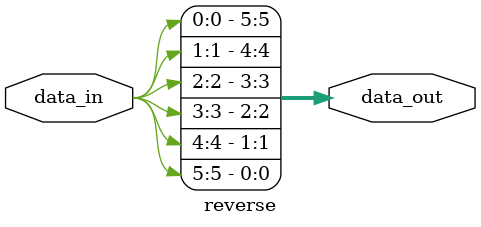
<source format=v>
module reverse
#(parameter WIDTH = 6)
(
	input [(WIDTH-1):0] data_in,
	output [(WIDTH-1):0] data_out
);

	genvar i;
	
	generate
		for (i = 0; i < WIDTH; i = i + 1)
		begin : reversal
			assign data_out[i] = data_in[WIDTH-1-i];
		end
	endgenerate

endmodule

</source>
